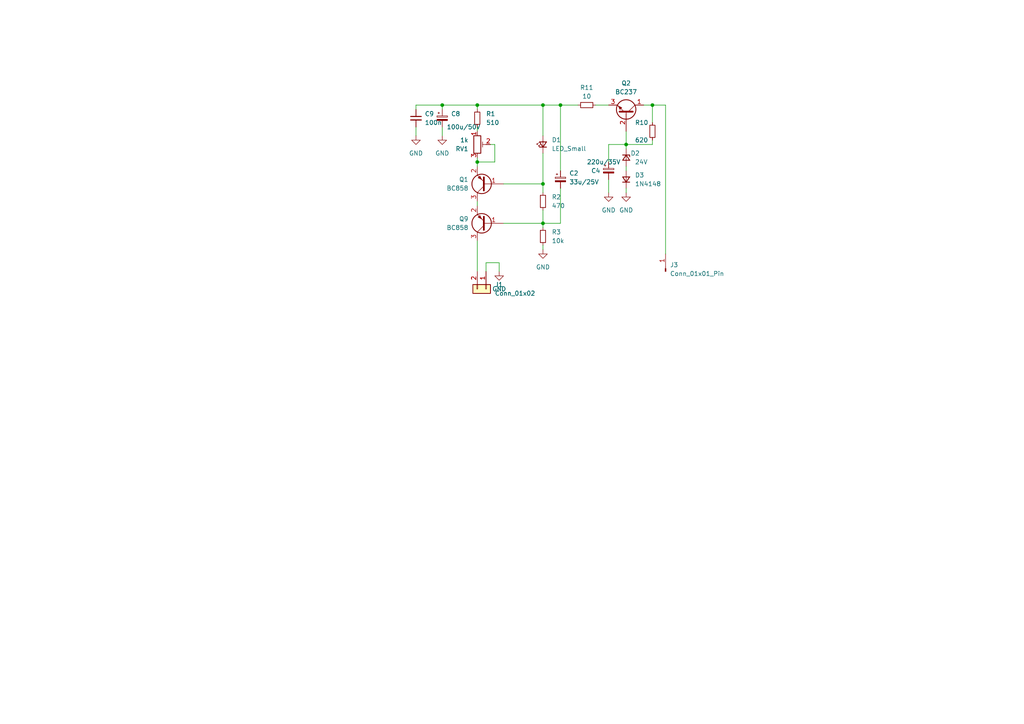
<source format=kicad_sch>
(kicad_sch (version 20230121) (generator eeschema)

  (uuid 6f31cc36-deaf-4ad7-836a-0db420f7cbcc)

  (paper "A4")

  (lib_symbols
    (symbol "Connector:Conn_01x01_Pin" (pin_names (offset 1.016) hide) (in_bom yes) (on_board yes)
      (property "Reference" "J" (at 0 2.54 0)
        (effects (font (size 1.27 1.27)))
      )
      (property "Value" "Conn_01x01_Pin" (at 0 -2.54 0)
        (effects (font (size 1.27 1.27)))
      )
      (property "Footprint" "" (at 0 0 0)
        (effects (font (size 1.27 1.27)) hide)
      )
      (property "Datasheet" "~" (at 0 0 0)
        (effects (font (size 1.27 1.27)) hide)
      )
      (property "ki_locked" "" (at 0 0 0)
        (effects (font (size 1.27 1.27)))
      )
      (property "ki_keywords" "connector" (at 0 0 0)
        (effects (font (size 1.27 1.27)) hide)
      )
      (property "ki_description" "Generic connector, single row, 01x01, script generated" (at 0 0 0)
        (effects (font (size 1.27 1.27)) hide)
      )
      (property "ki_fp_filters" "Connector*:*_1x??_*" (at 0 0 0)
        (effects (font (size 1.27 1.27)) hide)
      )
      (symbol "Conn_01x01_Pin_1_1"
        (polyline
          (pts
            (xy 1.27 0)
            (xy 0.8636 0)
          )
          (stroke (width 0.1524) (type default))
          (fill (type none))
        )
        (rectangle (start 0.8636 0.127) (end 0 -0.127)
          (stroke (width 0.1524) (type default))
          (fill (type outline))
        )
        (pin passive line (at 5.08 0 180) (length 3.81)
          (name "Pin_1" (effects (font (size 1.27 1.27))))
          (number "1" (effects (font (size 1.27 1.27))))
        )
      )
    )
    (symbol "Connector_Generic:Conn_01x02" (pin_names (offset 1.016) hide) (in_bom yes) (on_board yes)
      (property "Reference" "J" (at 0 2.54 0)
        (effects (font (size 1.27 1.27)))
      )
      (property "Value" "Conn_01x02" (at 0 -5.08 0)
        (effects (font (size 1.27 1.27)))
      )
      (property "Footprint" "" (at 0 0 0)
        (effects (font (size 1.27 1.27)) hide)
      )
      (property "Datasheet" "~" (at 0 0 0)
        (effects (font (size 1.27 1.27)) hide)
      )
      (property "ki_keywords" "connector" (at 0 0 0)
        (effects (font (size 1.27 1.27)) hide)
      )
      (property "ki_description" "Generic connector, single row, 01x02, script generated (kicad-library-utils/schlib/autogen/connector/)" (at 0 0 0)
        (effects (font (size 1.27 1.27)) hide)
      )
      (property "ki_fp_filters" "Connector*:*_1x??_*" (at 0 0 0)
        (effects (font (size 1.27 1.27)) hide)
      )
      (symbol "Conn_01x02_1_1"
        (rectangle (start -1.27 -2.413) (end 0 -2.667)
          (stroke (width 0.1524) (type default))
          (fill (type none))
        )
        (rectangle (start -1.27 0.127) (end 0 -0.127)
          (stroke (width 0.1524) (type default))
          (fill (type none))
        )
        (rectangle (start -1.27 1.27) (end 1.27 -3.81)
          (stroke (width 0.254) (type default))
          (fill (type background))
        )
        (pin passive line (at -5.08 0 0) (length 3.81)
          (name "Pin_1" (effects (font (size 1.27 1.27))))
          (number "1" (effects (font (size 1.27 1.27))))
        )
        (pin passive line (at -5.08 -2.54 0) (length 3.81)
          (name "Pin_2" (effects (font (size 1.27 1.27))))
          (number "2" (effects (font (size 1.27 1.27))))
        )
      )
    )
    (symbol "Device:C_Polarized_Small" (pin_numbers hide) (pin_names (offset 0.254) hide) (in_bom yes) (on_board yes)
      (property "Reference" "C" (at 0.254 1.778 0)
        (effects (font (size 1.27 1.27)) (justify left))
      )
      (property "Value" "C_Polarized_Small" (at 0.254 -2.032 0)
        (effects (font (size 1.27 1.27)) (justify left))
      )
      (property "Footprint" "" (at 0 0 0)
        (effects (font (size 1.27 1.27)) hide)
      )
      (property "Datasheet" "~" (at 0 0 0)
        (effects (font (size 1.27 1.27)) hide)
      )
      (property "ki_keywords" "cap capacitor" (at 0 0 0)
        (effects (font (size 1.27 1.27)) hide)
      )
      (property "ki_description" "Polarized capacitor, small symbol" (at 0 0 0)
        (effects (font (size 1.27 1.27)) hide)
      )
      (property "ki_fp_filters" "CP_*" (at 0 0 0)
        (effects (font (size 1.27 1.27)) hide)
      )
      (symbol "C_Polarized_Small_0_1"
        (rectangle (start -1.524 -0.3048) (end 1.524 -0.6858)
          (stroke (width 0) (type default))
          (fill (type outline))
        )
        (rectangle (start -1.524 0.6858) (end 1.524 0.3048)
          (stroke (width 0) (type default))
          (fill (type none))
        )
        (polyline
          (pts
            (xy -1.27 1.524)
            (xy -0.762 1.524)
          )
          (stroke (width 0) (type default))
          (fill (type none))
        )
        (polyline
          (pts
            (xy -1.016 1.27)
            (xy -1.016 1.778)
          )
          (stroke (width 0) (type default))
          (fill (type none))
        )
      )
      (symbol "C_Polarized_Small_1_1"
        (pin passive line (at 0 2.54 270) (length 1.8542)
          (name "~" (effects (font (size 1.27 1.27))))
          (number "1" (effects (font (size 1.27 1.27))))
        )
        (pin passive line (at 0 -2.54 90) (length 1.8542)
          (name "~" (effects (font (size 1.27 1.27))))
          (number "2" (effects (font (size 1.27 1.27))))
        )
      )
    )
    (symbol "Device:C_Small" (pin_numbers hide) (pin_names (offset 0.254) hide) (in_bom yes) (on_board yes)
      (property "Reference" "C" (at 0.254 1.778 0)
        (effects (font (size 1.27 1.27)) (justify left))
      )
      (property "Value" "C_Small" (at 0.254 -2.032 0)
        (effects (font (size 1.27 1.27)) (justify left))
      )
      (property "Footprint" "" (at 0 0 0)
        (effects (font (size 1.27 1.27)) hide)
      )
      (property "Datasheet" "~" (at 0 0 0)
        (effects (font (size 1.27 1.27)) hide)
      )
      (property "ki_keywords" "capacitor cap" (at 0 0 0)
        (effects (font (size 1.27 1.27)) hide)
      )
      (property "ki_description" "Unpolarized capacitor, small symbol" (at 0 0 0)
        (effects (font (size 1.27 1.27)) hide)
      )
      (property "ki_fp_filters" "C_*" (at 0 0 0)
        (effects (font (size 1.27 1.27)) hide)
      )
      (symbol "C_Small_0_1"
        (polyline
          (pts
            (xy -1.524 -0.508)
            (xy 1.524 -0.508)
          )
          (stroke (width 0.3302) (type default))
          (fill (type none))
        )
        (polyline
          (pts
            (xy -1.524 0.508)
            (xy 1.524 0.508)
          )
          (stroke (width 0.3048) (type default))
          (fill (type none))
        )
      )
      (symbol "C_Small_1_1"
        (pin passive line (at 0 2.54 270) (length 2.032)
          (name "~" (effects (font (size 1.27 1.27))))
          (number "1" (effects (font (size 1.27 1.27))))
        )
        (pin passive line (at 0 -2.54 90) (length 2.032)
          (name "~" (effects (font (size 1.27 1.27))))
          (number "2" (effects (font (size 1.27 1.27))))
        )
      )
    )
    (symbol "Device:D_Small" (pin_numbers hide) (pin_names (offset 0.254) hide) (in_bom yes) (on_board yes)
      (property "Reference" "D" (at -1.27 2.032 0)
        (effects (font (size 1.27 1.27)) (justify left))
      )
      (property "Value" "D_Small" (at -3.81 -2.032 0)
        (effects (font (size 1.27 1.27)) (justify left))
      )
      (property "Footprint" "" (at 0 0 90)
        (effects (font (size 1.27 1.27)) hide)
      )
      (property "Datasheet" "~" (at 0 0 90)
        (effects (font (size 1.27 1.27)) hide)
      )
      (property "Sim.Device" "D" (at 0 0 0)
        (effects (font (size 1.27 1.27)) hide)
      )
      (property "Sim.Pins" "1=K 2=A" (at 0 0 0)
        (effects (font (size 1.27 1.27)) hide)
      )
      (property "ki_keywords" "diode" (at 0 0 0)
        (effects (font (size 1.27 1.27)) hide)
      )
      (property "ki_description" "Diode, small symbol" (at 0 0 0)
        (effects (font (size 1.27 1.27)) hide)
      )
      (property "ki_fp_filters" "TO-???* *_Diode_* *SingleDiode* D_*" (at 0 0 0)
        (effects (font (size 1.27 1.27)) hide)
      )
      (symbol "D_Small_0_1"
        (polyline
          (pts
            (xy -0.762 -1.016)
            (xy -0.762 1.016)
          )
          (stroke (width 0.254) (type default))
          (fill (type none))
        )
        (polyline
          (pts
            (xy -0.762 0)
            (xy 0.762 0)
          )
          (stroke (width 0) (type default))
          (fill (type none))
        )
        (polyline
          (pts
            (xy 0.762 -1.016)
            (xy -0.762 0)
            (xy 0.762 1.016)
            (xy 0.762 -1.016)
          )
          (stroke (width 0.254) (type default))
          (fill (type none))
        )
      )
      (symbol "D_Small_1_1"
        (pin passive line (at -2.54 0 0) (length 1.778)
          (name "K" (effects (font (size 1.27 1.27))))
          (number "1" (effects (font (size 1.27 1.27))))
        )
        (pin passive line (at 2.54 0 180) (length 1.778)
          (name "A" (effects (font (size 1.27 1.27))))
          (number "2" (effects (font (size 1.27 1.27))))
        )
      )
    )
    (symbol "Device:D_Zener_Small" (pin_numbers hide) (pin_names (offset 0.254) hide) (in_bom yes) (on_board yes)
      (property "Reference" "D" (at 0 2.286 0)
        (effects (font (size 1.27 1.27)))
      )
      (property "Value" "D_Zener_Small" (at 0 -2.286 0)
        (effects (font (size 1.27 1.27)))
      )
      (property "Footprint" "" (at 0 0 90)
        (effects (font (size 1.27 1.27)) hide)
      )
      (property "Datasheet" "~" (at 0 0 90)
        (effects (font (size 1.27 1.27)) hide)
      )
      (property "ki_keywords" "diode" (at 0 0 0)
        (effects (font (size 1.27 1.27)) hide)
      )
      (property "ki_description" "Zener diode, small symbol" (at 0 0 0)
        (effects (font (size 1.27 1.27)) hide)
      )
      (property "ki_fp_filters" "TO-???* *_Diode_* *SingleDiode* D_*" (at 0 0 0)
        (effects (font (size 1.27 1.27)) hide)
      )
      (symbol "D_Zener_Small_0_1"
        (polyline
          (pts
            (xy 0.762 0)
            (xy -0.762 0)
          )
          (stroke (width 0) (type default))
          (fill (type none))
        )
        (polyline
          (pts
            (xy -0.254 1.016)
            (xy -0.762 1.016)
            (xy -0.762 -1.016)
          )
          (stroke (width 0.254) (type default))
          (fill (type none))
        )
        (polyline
          (pts
            (xy 0.762 1.016)
            (xy -0.762 0)
            (xy 0.762 -1.016)
            (xy 0.762 1.016)
          )
          (stroke (width 0.254) (type default))
          (fill (type none))
        )
      )
      (symbol "D_Zener_Small_1_1"
        (pin passive line (at -2.54 0 0) (length 1.778)
          (name "K" (effects (font (size 1.27 1.27))))
          (number "1" (effects (font (size 1.27 1.27))))
        )
        (pin passive line (at 2.54 0 180) (length 1.778)
          (name "A" (effects (font (size 1.27 1.27))))
          (number "2" (effects (font (size 1.27 1.27))))
        )
      )
    )
    (symbol "Device:LED_Small" (pin_numbers hide) (pin_names (offset 0.254) hide) (in_bom yes) (on_board yes)
      (property "Reference" "D" (at -1.27 3.175 0)
        (effects (font (size 1.27 1.27)) (justify left))
      )
      (property "Value" "LED_Small" (at -4.445 -2.54 0)
        (effects (font (size 1.27 1.27)) (justify left))
      )
      (property "Footprint" "" (at 0 0 90)
        (effects (font (size 1.27 1.27)) hide)
      )
      (property "Datasheet" "~" (at 0 0 90)
        (effects (font (size 1.27 1.27)) hide)
      )
      (property "ki_keywords" "LED diode light-emitting-diode" (at 0 0 0)
        (effects (font (size 1.27 1.27)) hide)
      )
      (property "ki_description" "Light emitting diode, small symbol" (at 0 0 0)
        (effects (font (size 1.27 1.27)) hide)
      )
      (property "ki_fp_filters" "LED* LED_SMD:* LED_THT:*" (at 0 0 0)
        (effects (font (size 1.27 1.27)) hide)
      )
      (symbol "LED_Small_0_1"
        (polyline
          (pts
            (xy -0.762 -1.016)
            (xy -0.762 1.016)
          )
          (stroke (width 0.254) (type default))
          (fill (type none))
        )
        (polyline
          (pts
            (xy 1.016 0)
            (xy -0.762 0)
          )
          (stroke (width 0) (type default))
          (fill (type none))
        )
        (polyline
          (pts
            (xy 0.762 -1.016)
            (xy -0.762 0)
            (xy 0.762 1.016)
            (xy 0.762 -1.016)
          )
          (stroke (width 0.254) (type default))
          (fill (type none))
        )
        (polyline
          (pts
            (xy 0 0.762)
            (xy -0.508 1.27)
            (xy -0.254 1.27)
            (xy -0.508 1.27)
            (xy -0.508 1.016)
          )
          (stroke (width 0) (type default))
          (fill (type none))
        )
        (polyline
          (pts
            (xy 0.508 1.27)
            (xy 0 1.778)
            (xy 0.254 1.778)
            (xy 0 1.778)
            (xy 0 1.524)
          )
          (stroke (width 0) (type default))
          (fill (type none))
        )
      )
      (symbol "LED_Small_1_1"
        (pin passive line (at -2.54 0 0) (length 1.778)
          (name "K" (effects (font (size 1.27 1.27))))
          (number "1" (effects (font (size 1.27 1.27))))
        )
        (pin passive line (at 2.54 0 180) (length 1.778)
          (name "A" (effects (font (size 1.27 1.27))))
          (number "2" (effects (font (size 1.27 1.27))))
        )
      )
    )
    (symbol "Device:R_Potentiometer_Trim" (pin_names (offset 1.016) hide) (in_bom yes) (on_board yes)
      (property "Reference" "RV" (at -4.445 0 90)
        (effects (font (size 1.27 1.27)))
      )
      (property "Value" "R_Potentiometer_Trim" (at -2.54 0 90)
        (effects (font (size 1.27 1.27)))
      )
      (property "Footprint" "" (at 0 0 0)
        (effects (font (size 1.27 1.27)) hide)
      )
      (property "Datasheet" "~" (at 0 0 0)
        (effects (font (size 1.27 1.27)) hide)
      )
      (property "ki_keywords" "resistor variable trimpot trimmer" (at 0 0 0)
        (effects (font (size 1.27 1.27)) hide)
      )
      (property "ki_description" "Trim-potentiometer" (at 0 0 0)
        (effects (font (size 1.27 1.27)) hide)
      )
      (property "ki_fp_filters" "Potentiometer*" (at 0 0 0)
        (effects (font (size 1.27 1.27)) hide)
      )
      (symbol "R_Potentiometer_Trim_0_1"
        (polyline
          (pts
            (xy 1.524 0.762)
            (xy 1.524 -0.762)
          )
          (stroke (width 0) (type default))
          (fill (type none))
        )
        (polyline
          (pts
            (xy 2.54 0)
            (xy 1.524 0)
          )
          (stroke (width 0) (type default))
          (fill (type none))
        )
        (rectangle (start 1.016 2.54) (end -1.016 -2.54)
          (stroke (width 0.254) (type default))
          (fill (type none))
        )
      )
      (symbol "R_Potentiometer_Trim_1_1"
        (pin passive line (at 0 3.81 270) (length 1.27)
          (name "1" (effects (font (size 1.27 1.27))))
          (number "1" (effects (font (size 1.27 1.27))))
        )
        (pin passive line (at 3.81 0 180) (length 1.27)
          (name "2" (effects (font (size 1.27 1.27))))
          (number "2" (effects (font (size 1.27 1.27))))
        )
        (pin passive line (at 0 -3.81 90) (length 1.27)
          (name "3" (effects (font (size 1.27 1.27))))
          (number "3" (effects (font (size 1.27 1.27))))
        )
      )
    )
    (symbol "Device:R_Small" (pin_numbers hide) (pin_names (offset 0.254) hide) (in_bom yes) (on_board yes)
      (property "Reference" "R" (at 0.762 0.508 0)
        (effects (font (size 1.27 1.27)) (justify left))
      )
      (property "Value" "R_Small" (at 0.762 -1.016 0)
        (effects (font (size 1.27 1.27)) (justify left))
      )
      (property "Footprint" "" (at 0 0 0)
        (effects (font (size 1.27 1.27)) hide)
      )
      (property "Datasheet" "~" (at 0 0 0)
        (effects (font (size 1.27 1.27)) hide)
      )
      (property "ki_keywords" "R resistor" (at 0 0 0)
        (effects (font (size 1.27 1.27)) hide)
      )
      (property "ki_description" "Resistor, small symbol" (at 0 0 0)
        (effects (font (size 1.27 1.27)) hide)
      )
      (property "ki_fp_filters" "R_*" (at 0 0 0)
        (effects (font (size 1.27 1.27)) hide)
      )
      (symbol "R_Small_0_1"
        (rectangle (start -0.762 1.778) (end 0.762 -1.778)
          (stroke (width 0.2032) (type default))
          (fill (type none))
        )
      )
      (symbol "R_Small_1_1"
        (pin passive line (at 0 2.54 270) (length 0.762)
          (name "~" (effects (font (size 1.27 1.27))))
          (number "1" (effects (font (size 1.27 1.27))))
        )
        (pin passive line (at 0 -2.54 90) (length 0.762)
          (name "~" (effects (font (size 1.27 1.27))))
          (number "2" (effects (font (size 1.27 1.27))))
        )
      )
    )
    (symbol "Transistor_BJT:BC237" (pin_names (offset 0) hide) (in_bom yes) (on_board yes)
      (property "Reference" "Q" (at 5.08 1.905 0)
        (effects (font (size 1.27 1.27)) (justify left))
      )
      (property "Value" "BC237" (at 5.08 0 0)
        (effects (font (size 1.27 1.27)) (justify left))
      )
      (property "Footprint" "Package_TO_SOT_THT:TO-92_Inline" (at 5.08 -1.905 0)
        (effects (font (size 1.27 1.27) italic) (justify left) hide)
      )
      (property "Datasheet" "http://www.onsemi.com/pub_link/Collateral/BC237-D.PDF" (at 0 0 0)
        (effects (font (size 1.27 1.27)) (justify left) hide)
      )
      (property "ki_keywords" "Epitaxial Silicon NPN Transistor" (at 0 0 0)
        (effects (font (size 1.27 1.27)) hide)
      )
      (property "ki_description" "100mA Ic, 50V Vce, Epitaxial Silicon NPN Transistor, TO-92" (at 0 0 0)
        (effects (font (size 1.27 1.27)) hide)
      )
      (property "ki_fp_filters" "TO?92*" (at 0 0 0)
        (effects (font (size 1.27 1.27)) hide)
      )
      (symbol "BC237_0_1"
        (polyline
          (pts
            (xy 0 0)
            (xy 0.635 0)
          )
          (stroke (width 0) (type default))
          (fill (type none))
        )
        (polyline
          (pts
            (xy 0.635 0.635)
            (xy 2.54 2.54)
          )
          (stroke (width 0) (type default))
          (fill (type none))
        )
        (polyline
          (pts
            (xy 0.635 -0.635)
            (xy 2.54 -2.54)
            (xy 2.54 -2.54)
          )
          (stroke (width 0) (type default))
          (fill (type none))
        )
        (polyline
          (pts
            (xy 0.635 1.905)
            (xy 0.635 -1.905)
            (xy 0.635 -1.905)
          )
          (stroke (width 0.508) (type default))
          (fill (type none))
        )
        (polyline
          (pts
            (xy 1.27 -1.778)
            (xy 1.778 -1.27)
            (xy 2.286 -2.286)
            (xy 1.27 -1.778)
            (xy 1.27 -1.778)
          )
          (stroke (width 0) (type default))
          (fill (type outline))
        )
        (circle (center 1.27 0) (radius 2.8194)
          (stroke (width 0.254) (type default))
          (fill (type none))
        )
      )
      (symbol "BC237_1_1"
        (pin passive line (at 2.54 5.08 270) (length 2.54)
          (name "C" (effects (font (size 1.27 1.27))))
          (number "1" (effects (font (size 1.27 1.27))))
        )
        (pin input line (at -5.08 0 0) (length 5.08)
          (name "B" (effects (font (size 1.27 1.27))))
          (number "2" (effects (font (size 1.27 1.27))))
        )
        (pin passive line (at 2.54 -5.08 90) (length 2.54)
          (name "E" (effects (font (size 1.27 1.27))))
          (number "3" (effects (font (size 1.27 1.27))))
        )
      )
    )
    (symbol "Transistor_BJT:BC858" (pin_names (offset 0) hide) (in_bom yes) (on_board yes)
      (property "Reference" "Q" (at 5.08 1.905 0)
        (effects (font (size 1.27 1.27)) (justify left))
      )
      (property "Value" "BC858" (at 5.08 0 0)
        (effects (font (size 1.27 1.27)) (justify left))
      )
      (property "Footprint" "Package_TO_SOT_SMD:SOT-23" (at 5.08 -1.905 0)
        (effects (font (size 1.27 1.27) italic) (justify left) hide)
      )
      (property "Datasheet" "https://www.onsemi.com/pub/Collateral/BC860-D.pdf" (at 0 0 0)
        (effects (font (size 1.27 1.27)) (justify left) hide)
      )
      (property "ki_keywords" "PNP transistor" (at 0 0 0)
        (effects (font (size 1.27 1.27)) hide)
      )
      (property "ki_description" "0.1A Ic, 30V Vce, PNP Transistor, SOT-23" (at 0 0 0)
        (effects (font (size 1.27 1.27)) hide)
      )
      (property "ki_fp_filters" "SOT?23*" (at 0 0 0)
        (effects (font (size 1.27 1.27)) hide)
      )
      (symbol "BC858_0_1"
        (polyline
          (pts
            (xy 0.635 0.635)
            (xy 2.54 2.54)
          )
          (stroke (width 0) (type default))
          (fill (type none))
        )
        (polyline
          (pts
            (xy 0.635 -0.635)
            (xy 2.54 -2.54)
            (xy 2.54 -2.54)
          )
          (stroke (width 0) (type default))
          (fill (type none))
        )
        (polyline
          (pts
            (xy 0.635 1.905)
            (xy 0.635 -1.905)
            (xy 0.635 -1.905)
          )
          (stroke (width 0.508) (type default))
          (fill (type none))
        )
        (polyline
          (pts
            (xy 2.286 -1.778)
            (xy 1.778 -2.286)
            (xy 1.27 -1.27)
            (xy 2.286 -1.778)
            (xy 2.286 -1.778)
          )
          (stroke (width 0) (type default))
          (fill (type outline))
        )
        (circle (center 1.27 0) (radius 2.8194)
          (stroke (width 0.254) (type default))
          (fill (type none))
        )
      )
      (symbol "BC858_1_1"
        (pin input line (at -5.08 0 0) (length 5.715)
          (name "B" (effects (font (size 1.27 1.27))))
          (number "1" (effects (font (size 1.27 1.27))))
        )
        (pin passive line (at 2.54 -5.08 90) (length 2.54)
          (name "E" (effects (font (size 1.27 1.27))))
          (number "2" (effects (font (size 1.27 1.27))))
        )
        (pin passive line (at 2.54 5.08 270) (length 2.54)
          (name "C" (effects (font (size 1.27 1.27))))
          (number "3" (effects (font (size 1.27 1.27))))
        )
      )
    )
    (symbol "power:GND" (power) (pin_names (offset 0)) (in_bom yes) (on_board yes)
      (property "Reference" "#PWR" (at 0 -6.35 0)
        (effects (font (size 1.27 1.27)) hide)
      )
      (property "Value" "GND" (at 0 -3.81 0)
        (effects (font (size 1.27 1.27)))
      )
      (property "Footprint" "" (at 0 0 0)
        (effects (font (size 1.27 1.27)) hide)
      )
      (property "Datasheet" "" (at 0 0 0)
        (effects (font (size 1.27 1.27)) hide)
      )
      (property "ki_keywords" "global power" (at 0 0 0)
        (effects (font (size 1.27 1.27)) hide)
      )
      (property "ki_description" "Power symbol creates a global label with name \"GND\" , ground" (at 0 0 0)
        (effects (font (size 1.27 1.27)) hide)
      )
      (symbol "GND_0_1"
        (polyline
          (pts
            (xy 0 0)
            (xy 0 -1.27)
            (xy 1.27 -1.27)
            (xy 0 -2.54)
            (xy -1.27 -1.27)
            (xy 0 -1.27)
          )
          (stroke (width 0) (type default))
          (fill (type none))
        )
      )
      (symbol "GND_1_1"
        (pin power_in line (at 0 0 270) (length 0) hide
          (name "GND" (effects (font (size 1.27 1.27))))
          (number "1" (effects (font (size 1.27 1.27))))
        )
      )
    )
  )

  (junction (at 157.48 30.48) (diameter 0) (color 0 0 0 0)
    (uuid 035e0583-8d49-463c-8906-cf7542a91e03)
  )
  (junction (at 157.48 53.34) (diameter 0) (color 0 0 0 0)
    (uuid 201fd4d1-152e-4e4b-a6bd-7c1b8805a4f6)
  )
  (junction (at 138.43 46.99) (diameter 0) (color 0 0 0 0)
    (uuid 2ee75b19-938e-46d6-9cb0-4eaa45970703)
  )
  (junction (at 157.48 64.77) (diameter 0) (color 0 0 0 0)
    (uuid 4d4f5cd1-4e4a-4558-b81e-d889df738ee8)
  )
  (junction (at 128.27 30.48) (diameter 0) (color 0 0 0 0)
    (uuid 830d9109-6490-4651-9f8e-ade372cdaca2)
  )
  (junction (at 181.61 41.91) (diameter 0) (color 0 0 0 0)
    (uuid 97a819fe-55a6-4970-9a61-dfe323060fe2)
  )
  (junction (at 189.23 30.48) (diameter 0) (color 0 0 0 0)
    (uuid c3aa6881-a46e-45dd-b3a5-44b159e39414)
  )
  (junction (at 138.43 30.48) (diameter 0) (color 0 0 0 0)
    (uuid cf16daed-5bf2-497d-bb38-5f88b5c79f70)
  )
  (junction (at 162.56 30.48) (diameter 0) (color 0 0 0 0)
    (uuid dffe7864-bd7d-4b7f-9bcd-ab2f3ac0df62)
  )

  (wire (pts (xy 120.65 30.48) (xy 120.65 31.75))
    (stroke (width 0) (type default))
    (uuid 019f3f08-8dd7-4629-9718-a20216be57ca)
  )
  (wire (pts (xy 138.43 58.42) (xy 138.43 59.69))
    (stroke (width 0) (type default))
    (uuid 055c60d1-1942-4e4e-b622-f2c8e159af4b)
  )
  (wire (pts (xy 140.97 78.74) (xy 140.97 76.2))
    (stroke (width 0) (type default))
    (uuid 064f4bba-ba99-4e29-a228-c4720c401a36)
  )
  (wire (pts (xy 157.48 53.34) (xy 157.48 55.88))
    (stroke (width 0) (type default))
    (uuid 09393eaf-e799-433b-a346-758168a4fce6)
  )
  (wire (pts (xy 128.27 31.75) (xy 128.27 30.48))
    (stroke (width 0) (type default))
    (uuid 0eb7b2c7-cbdb-4b1f-a6e2-be7546062b06)
  )
  (wire (pts (xy 157.48 60.96) (xy 157.48 64.77))
    (stroke (width 0) (type default))
    (uuid 24c4a3fb-0906-4970-80c6-8c98be5c1783)
  )
  (wire (pts (xy 176.53 52.07) (xy 176.53 55.88))
    (stroke (width 0) (type default))
    (uuid 27b7e29e-f93d-4ef1-8ab7-f1f8a2ee8eb0)
  )
  (wire (pts (xy 142.24 41.91) (xy 143.51 41.91))
    (stroke (width 0) (type default))
    (uuid 2c27819f-11a3-4038-ac3c-ab01a0815299)
  )
  (wire (pts (xy 138.43 30.48) (xy 157.48 30.48))
    (stroke (width 0) (type default))
    (uuid 35d0b748-5153-49af-bfdb-f51ad7229613)
  )
  (wire (pts (xy 138.43 69.85) (xy 138.43 78.74))
    (stroke (width 0) (type default))
    (uuid 3ac6a86c-929c-4c08-accb-f03d867cf713)
  )
  (wire (pts (xy 157.48 71.12) (xy 157.48 72.39))
    (stroke (width 0) (type default))
    (uuid 3adfe751-07c8-4276-90dc-01871a7b7e9d)
  )
  (wire (pts (xy 172.72 30.48) (xy 176.53 30.48))
    (stroke (width 0) (type default))
    (uuid 3c90d084-eb2c-43b3-bbca-edc5e69e3658)
  )
  (wire (pts (xy 186.69 30.48) (xy 189.23 30.48))
    (stroke (width 0) (type default))
    (uuid 442d6cd8-2c4b-41e2-a0b4-f6cd3d715c8b)
  )
  (wire (pts (xy 138.43 36.83) (xy 138.43 38.1))
    (stroke (width 0) (type default))
    (uuid 4ae8f094-3a56-42af-9c44-c97631eb4b02)
  )
  (wire (pts (xy 181.61 41.91) (xy 181.61 43.18))
    (stroke (width 0) (type default))
    (uuid 4b02f839-aceb-485d-8fdf-9be260ad36f8)
  )
  (wire (pts (xy 162.56 49.53) (xy 162.56 30.48))
    (stroke (width 0) (type default))
    (uuid 4c3801df-60da-42cd-b3b7-ce65a12b6fff)
  )
  (wire (pts (xy 181.61 55.88) (xy 181.61 54.61))
    (stroke (width 0) (type default))
    (uuid 4c68061c-43b7-4f8b-b64e-2afd0e455f2d)
  )
  (wire (pts (xy 146.05 53.34) (xy 157.48 53.34))
    (stroke (width 0) (type default))
    (uuid 4f7e29be-40c4-46a0-9626-90a394667acb)
  )
  (wire (pts (xy 181.61 48.26) (xy 181.61 49.53))
    (stroke (width 0) (type default))
    (uuid 52c63b3f-a709-497a-b965-f719020c9e78)
  )
  (wire (pts (xy 189.23 30.48) (xy 189.23 35.56))
    (stroke (width 0) (type default))
    (uuid 5d1b4540-88f9-4d78-9ead-54dee7902a37)
  )
  (wire (pts (xy 138.43 46.99) (xy 143.51 46.99))
    (stroke (width 0) (type default))
    (uuid 638c1df4-0bae-473a-8634-b450705e8fa5)
  )
  (wire (pts (xy 176.53 41.91) (xy 176.53 46.99))
    (stroke (width 0) (type default))
    (uuid 6d7d62ad-33ca-4d19-9039-78c1bc985e55)
  )
  (wire (pts (xy 181.61 38.1) (xy 181.61 41.91))
    (stroke (width 0) (type default))
    (uuid 72d2c9d6-9dc4-4c1b-9d8e-4225c0269d22)
  )
  (wire (pts (xy 140.97 76.2) (xy 144.78 76.2))
    (stroke (width 0) (type default))
    (uuid 79c4a345-a569-4cc6-9a96-c0ab59c66cc1)
  )
  (wire (pts (xy 146.05 64.77) (xy 157.48 64.77))
    (stroke (width 0) (type default))
    (uuid 7fb7b6f1-d3d9-4b46-b308-f0634cf06f45)
  )
  (wire (pts (xy 138.43 45.72) (xy 138.43 46.99))
    (stroke (width 0) (type default))
    (uuid 858b6c57-fb3b-457d-832c-62d18a8d4735)
  )
  (wire (pts (xy 176.53 41.91) (xy 181.61 41.91))
    (stroke (width 0) (type default))
    (uuid 8b050591-3377-46d7-ab2d-53ccca4b3043)
  )
  (wire (pts (xy 157.48 44.45) (xy 157.48 53.34))
    (stroke (width 0) (type default))
    (uuid 9f20bdb9-4952-4300-9171-cb770511d77f)
  )
  (wire (pts (xy 157.48 30.48) (xy 162.56 30.48))
    (stroke (width 0) (type default))
    (uuid a2ba1737-0add-4348-bfca-89f642ae5476)
  )
  (wire (pts (xy 157.48 30.48) (xy 157.48 39.37))
    (stroke (width 0) (type default))
    (uuid a594b6a4-4dec-4585-b28e-b1ab297c79ea)
  )
  (wire (pts (xy 189.23 40.64) (xy 189.23 41.91))
    (stroke (width 0) (type default))
    (uuid b1b0d3b2-1178-4d54-aa0f-64f39ceb0e3e)
  )
  (wire (pts (xy 128.27 30.48) (xy 138.43 30.48))
    (stroke (width 0) (type default))
    (uuid b36f2111-6169-44f9-a182-4701f51d3b74)
  )
  (wire (pts (xy 144.78 76.2) (xy 144.78 78.74))
    (stroke (width 0) (type default))
    (uuid b9b32ff7-4b71-47c0-8dab-f5d91b2525d3)
  )
  (wire (pts (xy 128.27 36.83) (xy 128.27 39.37))
    (stroke (width 0) (type default))
    (uuid c06a1984-086e-4072-9e9b-4cb93c16600a)
  )
  (wire (pts (xy 189.23 30.48) (xy 193.04 30.48))
    (stroke (width 0) (type default))
    (uuid c3da451b-e9e1-4685-a231-3c2c450e9ead)
  )
  (wire (pts (xy 157.48 64.77) (xy 162.56 64.77))
    (stroke (width 0) (type default))
    (uuid cbc3f4fa-1d62-4863-a71e-209c653d7dc8)
  )
  (wire (pts (xy 143.51 41.91) (xy 143.51 46.99))
    (stroke (width 0) (type default))
    (uuid cc3bb5b2-d52f-4ad5-a3b9-1fd86e42beb3)
  )
  (wire (pts (xy 120.65 30.48) (xy 128.27 30.48))
    (stroke (width 0) (type default))
    (uuid d4df8ada-b766-4496-86dc-0fc5945534b6)
  )
  (wire (pts (xy 138.43 46.99) (xy 138.43 48.26))
    (stroke (width 0) (type default))
    (uuid e4b40b43-af57-4623-8c3f-adce9660a7ff)
  )
  (wire (pts (xy 193.04 73.66) (xy 193.04 30.48))
    (stroke (width 0) (type default))
    (uuid e5a1f5ef-41b5-4554-9890-b6d3cd4c94e0)
  )
  (wire (pts (xy 181.61 41.91) (xy 189.23 41.91))
    (stroke (width 0) (type default))
    (uuid e7d0e85e-d89e-48c7-8995-ddfa27fc4459)
  )
  (wire (pts (xy 138.43 31.75) (xy 138.43 30.48))
    (stroke (width 0) (type default))
    (uuid eb31a734-0d10-482a-8a06-f6d509560b12)
  )
  (wire (pts (xy 120.65 36.83) (xy 120.65 39.37))
    (stroke (width 0) (type default))
    (uuid f12f53c7-7b29-4151-a0e8-20623ae33120)
  )
  (wire (pts (xy 162.56 30.48) (xy 167.64 30.48))
    (stroke (width 0) (type default))
    (uuid f7807169-2dfc-4a9b-8715-fff6dc14b062)
  )
  (wire (pts (xy 162.56 54.61) (xy 162.56 64.77))
    (stroke (width 0) (type default))
    (uuid fa112acc-e726-4974-988f-145854113a03)
  )
  (wire (pts (xy 157.48 64.77) (xy 157.48 66.04))
    (stroke (width 0) (type default))
    (uuid fa70ab47-1401-4459-93b4-54a5e595444f)
  )

  (symbol (lib_id "Device:C_Small") (at 120.65 34.29 0) (unit 1)
    (in_bom yes) (on_board yes) (dnp no) (fields_autoplaced)
    (uuid 03f126a8-237d-445f-a285-df92f58e264d)
    (property "Reference" "C9" (at 123.19 33.0263 0)
      (effects (font (size 1.27 1.27)) (justify left))
    )
    (property "Value" "100n" (at 123.19 35.5663 0)
      (effects (font (size 1.27 1.27)) (justify left))
    )
    (property "Footprint" "Capacitor_SMD:C_0805_2012Metric_Pad1.18x1.45mm_HandSolder" (at 120.65 34.29 0)
      (effects (font (size 1.27 1.27)) hide)
    )
    (property "Datasheet" "~" (at 120.65 34.29 0)
      (effects (font (size 1.27 1.27)) hide)
    )
    (pin "1" (uuid 0b14ed9b-10d4-4566-8bdf-258106618f25))
    (pin "2" (uuid 08f1159e-2b39-4ae2-b390-37649afcb0ac))
    (instances
      (project "Wzmacniacz różnicowy do PW3015 ver.2"
        (path "/6f31cc36-deaf-4ad7-836a-0db420f7cbcc"
          (reference "C9") (unit 1)
        )
      )
    )
  )

  (symbol (lib_id "power:GND") (at 120.65 39.37 0) (unit 1)
    (in_bom yes) (on_board yes) (dnp no) (fields_autoplaced)
    (uuid 10352871-be4f-46e8-b8c7-c4024238df34)
    (property "Reference" "#PWR02" (at 120.65 45.72 0)
      (effects (font (size 1.27 1.27)) hide)
    )
    (property "Value" "GND" (at 120.65 44.45 0)
      (effects (font (size 1.27 1.27)))
    )
    (property "Footprint" "" (at 120.65 39.37 0)
      (effects (font (size 1.27 1.27)) hide)
    )
    (property "Datasheet" "" (at 120.65 39.37 0)
      (effects (font (size 1.27 1.27)) hide)
    )
    (pin "1" (uuid b2fc8f01-fd14-4523-897f-cf50dbeb6bde))
    (instances
      (project "Wzmacniacz różnicowy do PW3015 ver.2"
        (path "/6f31cc36-deaf-4ad7-836a-0db420f7cbcc"
          (reference "#PWR02") (unit 1)
        )
      )
    )
  )

  (symbol (lib_id "Device:C_Polarized_Small") (at 162.56 52.07 0) (unit 1)
    (in_bom yes) (on_board yes) (dnp no) (fields_autoplaced)
    (uuid 12b0130f-62ea-478b-be8c-07319a16b671)
    (property "Reference" "C2" (at 165.1 50.2539 0)
      (effects (font (size 1.27 1.27)) (justify left))
    )
    (property "Value" "33u/25V" (at 165.1 52.7939 0)
      (effects (font (size 1.27 1.27)) (justify left))
    )
    (property "Footprint" "Capacitor_THT:CP_Radial_Tantal_D5.5mm_P5.00mm" (at 162.56 52.07 0)
      (effects (font (size 1.27 1.27)) hide)
    )
    (property "Datasheet" "~" (at 162.56 52.07 0)
      (effects (font (size 1.27 1.27)) hide)
    )
    (pin "1" (uuid ec636e35-835b-42d5-8a8b-147d1069f8c4))
    (pin "2" (uuid 3536a36e-aaeb-441a-b6d7-e4927a1ca763))
    (instances
      (project "Wzmacniacz różnicowy do PW3015 ver.2"
        (path "/6f31cc36-deaf-4ad7-836a-0db420f7cbcc"
          (reference "C2") (unit 1)
        )
      )
    )
  )

  (symbol (lib_id "Device:R_Small") (at 157.48 68.58 0) (unit 1)
    (in_bom yes) (on_board yes) (dnp no) (fields_autoplaced)
    (uuid 171def0e-1e24-463f-bf8b-d6148a24e27e)
    (property "Reference" "R3" (at 160.02 67.31 0)
      (effects (font (size 1.27 1.27)) (justify left))
    )
    (property "Value" "10k" (at 160.02 69.85 0)
      (effects (font (size 1.27 1.27)) (justify left))
    )
    (property "Footprint" "Resistor_SMD:R_1206_3216Metric_Pad1.30x1.75mm_HandSolder" (at 157.48 68.58 0)
      (effects (font (size 1.27 1.27)) hide)
    )
    (property "Datasheet" "~" (at 157.48 68.58 0)
      (effects (font (size 1.27 1.27)) hide)
    )
    (pin "1" (uuid 86d938a4-c62b-4d7c-afb0-e2635e8bd630))
    (pin "2" (uuid 27c7f5d1-e0b9-422d-a006-0e78e46327d4))
    (instances
      (project "Wzmacniacz różnicowy do PW3015 ver.2"
        (path "/6f31cc36-deaf-4ad7-836a-0db420f7cbcc"
          (reference "R3") (unit 1)
        )
      )
    )
  )

  (symbol (lib_id "power:GND") (at 157.48 72.39 0) (unit 1)
    (in_bom yes) (on_board yes) (dnp no) (fields_autoplaced)
    (uuid 1db018b1-ab0d-4962-ad15-459c90a35850)
    (property "Reference" "#PWR01" (at 157.48 78.74 0)
      (effects (font (size 1.27 1.27)) hide)
    )
    (property "Value" "GND" (at 157.48 77.47 0)
      (effects (font (size 1.27 1.27)))
    )
    (property "Footprint" "" (at 157.48 72.39 0)
      (effects (font (size 1.27 1.27)) hide)
    )
    (property "Datasheet" "" (at 157.48 72.39 0)
      (effects (font (size 1.27 1.27)) hide)
    )
    (pin "1" (uuid ee02ec63-24e5-4408-be7e-37c5244801cf))
    (instances
      (project "Wzmacniacz różnicowy do PW3015 ver.2"
        (path "/6f31cc36-deaf-4ad7-836a-0db420f7cbcc"
          (reference "#PWR01") (unit 1)
        )
      )
    )
  )

  (symbol (lib_id "Transistor_BJT:BC858") (at 140.97 53.34 180) (unit 1)
    (in_bom yes) (on_board yes) (dnp no) (fields_autoplaced)
    (uuid 1dccff56-c64e-45cc-8d09-1415a1a57aba)
    (property "Reference" "Q1" (at 135.89 52.07 0)
      (effects (font (size 1.27 1.27)) (justify left))
    )
    (property "Value" "BC858" (at 135.89 54.61 0)
      (effects (font (size 1.27 1.27)) (justify left))
    )
    (property "Footprint" "Package_TO_SOT_SMD:SOT-23" (at 135.89 51.435 0)
      (effects (font (size 1.27 1.27) italic) (justify left) hide)
    )
    (property "Datasheet" "https://www.onsemi.com/pub/Collateral/BC860-D.pdf" (at 140.97 53.34 0)
      (effects (font (size 1.27 1.27)) (justify left) hide)
    )
    (pin "1" (uuid f045ba64-d155-484d-accc-5e6522745a53))
    (pin "2" (uuid 81fddac1-57b6-455d-adeb-ee195988f720))
    (pin "3" (uuid db638b51-ca62-4855-b9d3-5c90296ca73d))
    (instances
      (project "Wzmacniacz różnicowy do PW3015 ver.2"
        (path "/6f31cc36-deaf-4ad7-836a-0db420f7cbcc"
          (reference "Q1") (unit 1)
        )
      )
    )
  )

  (symbol (lib_id "power:GND") (at 181.61 55.88 0) (unit 1)
    (in_bom yes) (on_board yes) (dnp no) (fields_autoplaced)
    (uuid 270d65e7-5895-48a0-a716-294972a0d47a)
    (property "Reference" "#PWR012" (at 181.61 62.23 0)
      (effects (font (size 1.27 1.27)) hide)
    )
    (property "Value" "GND" (at 181.61 60.96 0)
      (effects (font (size 1.27 1.27)))
    )
    (property "Footprint" "" (at 181.61 55.88 0)
      (effects (font (size 1.27 1.27)) hide)
    )
    (property "Datasheet" "" (at 181.61 55.88 0)
      (effects (font (size 1.27 1.27)) hide)
    )
    (pin "1" (uuid 51c1ec98-008d-4ee1-b3f6-bf62b999006c))
    (instances
      (project "Wzmacniacz różnicowy do PW3015 ver.2"
        (path "/6f31cc36-deaf-4ad7-836a-0db420f7cbcc"
          (reference "#PWR012") (unit 1)
        )
      )
    )
  )

  (symbol (lib_id "Transistor_BJT:BC858") (at 140.97 64.77 180) (unit 1)
    (in_bom yes) (on_board yes) (dnp no) (fields_autoplaced)
    (uuid 3159b934-1475-407e-aa7d-8b746f803e3b)
    (property "Reference" "Q9" (at 135.89 63.5 0)
      (effects (font (size 1.27 1.27)) (justify left))
    )
    (property "Value" "BC858" (at 135.89 66.04 0)
      (effects (font (size 1.27 1.27)) (justify left))
    )
    (property "Footprint" "Package_TO_SOT_SMD:SOT-23" (at 135.89 62.865 0)
      (effects (font (size 1.27 1.27) italic) (justify left) hide)
    )
    (property "Datasheet" "https://www.onsemi.com/pub/Collateral/BC860-D.pdf" (at 140.97 64.77 0)
      (effects (font (size 1.27 1.27)) (justify left) hide)
    )
    (pin "1" (uuid fd7911a0-caec-420a-b442-deae0af700c7))
    (pin "2" (uuid 84d6a5b2-e657-41b6-8472-a7c7c29c0e86))
    (pin "3" (uuid c84379e6-016e-4528-a180-a113e55816b9))
    (instances
      (project "Wzmacniacz różnicowy do PW3015 ver.2"
        (path "/6f31cc36-deaf-4ad7-836a-0db420f7cbcc"
          (reference "Q9") (unit 1)
        )
      )
    )
  )

  (symbol (lib_id "Device:R_Potentiometer_Trim") (at 138.43 41.91 0) (unit 1)
    (in_bom yes) (on_board yes) (dnp no)
    (uuid 36133c4e-30d8-41aa-be24-cf595bc67d1a)
    (property "Reference" "RV1" (at 135.89 43.18 0)
      (effects (font (size 1.27 1.27)) (justify right))
    )
    (property "Value" "1k" (at 135.89 40.64 0)
      (effects (font (size 1.27 1.27)) (justify right))
    )
    (property "Footprint" "Potentiometer_THT:Potentiometer_Bourns_3296X_Horizontal" (at 138.43 41.91 0)
      (effects (font (size 1.27 1.27)) hide)
    )
    (property "Datasheet" "~" (at 138.43 41.91 0)
      (effects (font (size 1.27 1.27)) hide)
    )
    (pin "1" (uuid d4b4281e-e590-4a6c-90af-ac5135079fbc))
    (pin "2" (uuid fb8a13fd-d6f1-49b9-a0e7-3fa9ef0513e3))
    (pin "3" (uuid 8caf1ae0-5c31-4756-aff9-ed69f327f636))
    (instances
      (project "Wzmacniacz różnicowy do PW3015 ver.2"
        (path "/6f31cc36-deaf-4ad7-836a-0db420f7cbcc"
          (reference "RV1") (unit 1)
        )
      )
    )
  )

  (symbol (lib_id "Device:D_Zener_Small") (at 181.61 45.72 270) (unit 1)
    (in_bom yes) (on_board yes) (dnp no)
    (uuid 3e395820-1ff7-4994-8769-2944f3dfae5d)
    (property "Reference" "D2" (at 182.88 44.45 90)
      (effects (font (size 1.27 1.27)) (justify left))
    )
    (property "Value" "24V" (at 184.15 46.99 90)
      (effects (font (size 1.27 1.27)) (justify left))
    )
    (property "Footprint" "Diode_THT:D_DO-34_SOD68_P7.62mm_Horizontal" (at 181.61 45.72 90)
      (effects (font (size 1.27 1.27)) hide)
    )
    (property "Datasheet" "~" (at 181.61 45.72 90)
      (effects (font (size 1.27 1.27)) hide)
    )
    (pin "1" (uuid 8954aa3c-5b8c-4473-8e9c-642c3f63112e))
    (pin "2" (uuid 9d4b09b4-8eb9-4a67-b862-b97a80925782))
    (instances
      (project "Wzmacniacz różnicowy do PW3015 ver.2"
        (path "/6f31cc36-deaf-4ad7-836a-0db420f7cbcc"
          (reference "D2") (unit 1)
        )
      )
    )
  )

  (symbol (lib_id "Device:LED_Small") (at 157.48 41.91 90) (unit 1)
    (in_bom yes) (on_board yes) (dnp no) (fields_autoplaced)
    (uuid 4485d9ef-d167-477b-b34d-e15d9e87174e)
    (property "Reference" "D1" (at 160.02 40.5765 90)
      (effects (font (size 1.27 1.27)) (justify right))
    )
    (property "Value" "LED_Small" (at 160.02 43.1165 90)
      (effects (font (size 1.27 1.27)) (justify right))
    )
    (property "Footprint" "LED_THT:LED_D5.0mm" (at 157.48 41.91 90)
      (effects (font (size 1.27 1.27)) hide)
    )
    (property "Datasheet" "~" (at 157.48 41.91 90)
      (effects (font (size 1.27 1.27)) hide)
    )
    (pin "1" (uuid 230ed3a4-4030-4a68-b118-e5cda14c66ed))
    (pin "2" (uuid 16125058-dbcb-4fba-9615-e39aabecf741))
    (instances
      (project "Wzmacniacz różnicowy do PW3015 ver.2"
        (path "/6f31cc36-deaf-4ad7-836a-0db420f7cbcc"
          (reference "D1") (unit 1)
        )
      )
    )
  )

  (symbol (lib_id "power:GND") (at 144.78 78.74 0) (unit 1)
    (in_bom yes) (on_board yes) (dnp no) (fields_autoplaced)
    (uuid 5545903f-dff1-489b-b49e-c7721dffb259)
    (property "Reference" "#PWR04" (at 144.78 85.09 0)
      (effects (font (size 1.27 1.27)) hide)
    )
    (property "Value" "GND" (at 144.78 83.82 0)
      (effects (font (size 1.27 1.27)))
    )
    (property "Footprint" "" (at 144.78 78.74 0)
      (effects (font (size 1.27 1.27)) hide)
    )
    (property "Datasheet" "" (at 144.78 78.74 0)
      (effects (font (size 1.27 1.27)) hide)
    )
    (pin "1" (uuid 6830eb2a-1c3d-4035-98a9-ff0be52b85c9))
    (instances
      (project "Wzmacniacz różnicowy do PW3015 ver.2"
        (path "/6f31cc36-deaf-4ad7-836a-0db420f7cbcc"
          (reference "#PWR04") (unit 1)
        )
      )
    )
  )

  (symbol (lib_id "Device:R_Small") (at 170.18 30.48 90) (unit 1)
    (in_bom yes) (on_board yes) (dnp no) (fields_autoplaced)
    (uuid 563dea00-90f3-45a6-86eb-3218b857990a)
    (property "Reference" "R11" (at 170.18 25.4 90)
      (effects (font (size 1.27 1.27)))
    )
    (property "Value" "10" (at 170.18 27.94 90)
      (effects (font (size 1.27 1.27)))
    )
    (property "Footprint" "Resistor_SMD:R_1206_3216Metric_Pad1.30x1.75mm_HandSolder" (at 170.18 30.48 0)
      (effects (font (size 1.27 1.27)) hide)
    )
    (property "Datasheet" "~" (at 170.18 30.48 0)
      (effects (font (size 1.27 1.27)) hide)
    )
    (pin "1" (uuid 62410b16-c246-46ae-a5d2-ebdb05da4e6f))
    (pin "2" (uuid 4bc8ad00-b954-4d79-a257-bd7636d421a5))
    (instances
      (project "Wzmacniacz różnicowy do PW3015 ver.2"
        (path "/6f31cc36-deaf-4ad7-836a-0db420f7cbcc"
          (reference "R11") (unit 1)
        )
      )
    )
  )

  (symbol (lib_id "Device:R_Small") (at 138.43 34.29 0) (unit 1)
    (in_bom yes) (on_board yes) (dnp no) (fields_autoplaced)
    (uuid 6413ff7e-41e0-44fd-8f1b-d98d359d1fcc)
    (property "Reference" "R1" (at 140.97 33.02 0)
      (effects (font (size 1.27 1.27)) (justify left))
    )
    (property "Value" "510" (at 140.97 35.56 0)
      (effects (font (size 1.27 1.27)) (justify left))
    )
    (property "Footprint" "Resistor_SMD:R_1206_3216Metric_Pad1.30x1.75mm_HandSolder" (at 138.43 34.29 0)
      (effects (font (size 1.27 1.27)) hide)
    )
    (property "Datasheet" "~" (at 138.43 34.29 0)
      (effects (font (size 1.27 1.27)) hide)
    )
    (pin "1" (uuid a3ba0a0b-1374-46fb-bb9c-ec4a03bf6828))
    (pin "2" (uuid d8587a6a-6f0e-4a32-93e1-4d428d276923))
    (instances
      (project "Wzmacniacz różnicowy do PW3015 ver.2"
        (path "/6f31cc36-deaf-4ad7-836a-0db420f7cbcc"
          (reference "R1") (unit 1)
        )
      )
    )
  )

  (symbol (lib_id "Device:R_Small") (at 189.23 38.1 0) (unit 1)
    (in_bom yes) (on_board yes) (dnp no)
    (uuid 7e7c4830-05c9-471b-8087-6f69ffa00504)
    (property "Reference" "R10" (at 184.15 35.56 0)
      (effects (font (size 1.27 1.27)) (justify left))
    )
    (property "Value" "620" (at 184.15 40.64 0)
      (effects (font (size 1.27 1.27)) (justify left))
    )
    (property "Footprint" "Resistor_SMD:R_1206_3216Metric_Pad1.30x1.75mm_HandSolder" (at 189.23 38.1 0)
      (effects (font (size 1.27 1.27)) hide)
    )
    (property "Datasheet" "~" (at 189.23 38.1 0)
      (effects (font (size 1.27 1.27)) hide)
    )
    (pin "1" (uuid 041a652f-8241-4a3f-9b72-7881bd759919))
    (pin "2" (uuid b47b93f0-cc4b-45c0-acee-6c0673bf27f8))
    (instances
      (project "Wzmacniacz różnicowy do PW3015 ver.2"
        (path "/6f31cc36-deaf-4ad7-836a-0db420f7cbcc"
          (reference "R10") (unit 1)
        )
      )
    )
  )

  (symbol (lib_id "Device:C_Polarized_Small") (at 176.53 49.53 0) (unit 1)
    (in_bom yes) (on_board yes) (dnp no)
    (uuid 8b9ec994-885b-480b-ae63-809c877268b0)
    (property "Reference" "C4" (at 171.45 49.53 0)
      (effects (font (size 1.27 1.27)) (justify left))
    )
    (property "Value" "220u/35V" (at 170.18 46.99 0)
      (effects (font (size 1.27 1.27)) (justify left))
    )
    (property "Footprint" "Capacitor_THT:CP_Radial_D10.0mm_P5.00mm" (at 176.53 49.53 0)
      (effects (font (size 1.27 1.27)) hide)
    )
    (property "Datasheet" "~" (at 176.53 49.53 0)
      (effects (font (size 1.27 1.27)) hide)
    )
    (pin "1" (uuid dd46299b-9554-489c-8001-c75e8ab63083))
    (pin "2" (uuid 4c50755b-8322-4338-8432-5f3461f79fa9))
    (instances
      (project "Wzmacniacz różnicowy do PW3015 ver.2"
        (path "/6f31cc36-deaf-4ad7-836a-0db420f7cbcc"
          (reference "C4") (unit 1)
        )
      )
    )
  )

  (symbol (lib_id "Connector_Generic:Conn_01x02") (at 140.97 83.82 270) (unit 1)
    (in_bom yes) (on_board yes) (dnp no) (fields_autoplaced)
    (uuid 96dc04ff-34d4-42c8-a75c-2479798f53b0)
    (property "Reference" "J1" (at 143.51 82.55 90)
      (effects (font (size 1.27 1.27)) (justify left))
    )
    (property "Value" "Conn_01x02" (at 143.51 85.09 90)
      (effects (font (size 1.27 1.27)) (justify left))
    )
    (property "Footprint" "" (at 140.97 83.82 0)
      (effects (font (size 1.27 1.27)) hide)
    )
    (property "Datasheet" "~" (at 140.97 83.82 0)
      (effects (font (size 1.27 1.27)) hide)
    )
    (pin "1" (uuid fd6ac13b-5fab-4c10-b99b-d0de5a8a2208))
    (pin "2" (uuid 6c809bba-fc2d-4f1b-a6f6-d3b21ce39a8d))
    (instances
      (project "Wzmacniacz różnicowy do PW3015 ver.2"
        (path "/6f31cc36-deaf-4ad7-836a-0db420f7cbcc"
          (reference "J1") (unit 1)
        )
      )
    )
  )

  (symbol (lib_id "Device:R_Small") (at 157.48 58.42 0) (unit 1)
    (in_bom yes) (on_board yes) (dnp no) (fields_autoplaced)
    (uuid 9eadac49-444d-47e6-9a46-c0dd8192885b)
    (property "Reference" "R2" (at 160.02 57.15 0)
      (effects (font (size 1.27 1.27)) (justify left))
    )
    (property "Value" "470" (at 160.02 59.69 0)
      (effects (font (size 1.27 1.27)) (justify left))
    )
    (property "Footprint" "Resistor_SMD:R_1206_3216Metric_Pad1.30x1.75mm_HandSolder" (at 157.48 58.42 0)
      (effects (font (size 1.27 1.27)) hide)
    )
    (property "Datasheet" "~" (at 157.48 58.42 0)
      (effects (font (size 1.27 1.27)) hide)
    )
    (pin "1" (uuid c8a7060e-475a-4332-9600-b82174e2d917))
    (pin "2" (uuid e91e3c85-3f6b-4ac8-985c-9e79c2aa22b1))
    (instances
      (project "Wzmacniacz różnicowy do PW3015 ver.2"
        (path "/6f31cc36-deaf-4ad7-836a-0db420f7cbcc"
          (reference "R2") (unit 1)
        )
      )
    )
  )

  (symbol (lib_id "power:GND") (at 128.27 39.37 0) (unit 1)
    (in_bom yes) (on_board yes) (dnp no) (fields_autoplaced)
    (uuid a6bd1a04-83c4-4059-8764-11c1ea624ec3)
    (property "Reference" "#PWR03" (at 128.27 45.72 0)
      (effects (font (size 1.27 1.27)) hide)
    )
    (property "Value" "GND" (at 128.27 44.45 0)
      (effects (font (size 1.27 1.27)))
    )
    (property "Footprint" "" (at 128.27 39.37 0)
      (effects (font (size 1.27 1.27)) hide)
    )
    (property "Datasheet" "" (at 128.27 39.37 0)
      (effects (font (size 1.27 1.27)) hide)
    )
    (pin "1" (uuid 38220bbc-467d-4856-a513-e185e3908e48))
    (instances
      (project "Wzmacniacz różnicowy do PW3015 ver.2"
        (path "/6f31cc36-deaf-4ad7-836a-0db420f7cbcc"
          (reference "#PWR03") (unit 1)
        )
      )
    )
  )

  (symbol (lib_id "Device:D_Small") (at 181.61 52.07 90) (unit 1)
    (in_bom yes) (on_board yes) (dnp no) (fields_autoplaced)
    (uuid bbb0c355-1796-4bd4-a97b-4a461995dd3e)
    (property "Reference" "D3" (at 184.15 50.8 90)
      (effects (font (size 1.27 1.27)) (justify right))
    )
    (property "Value" "1N4148" (at 184.15 53.34 90)
      (effects (font (size 1.27 1.27)) (justify right))
    )
    (property "Footprint" "Diode_SMD:D_MiniMELF" (at 181.61 52.07 90)
      (effects (font (size 1.27 1.27)) hide)
    )
    (property "Datasheet" "~" (at 181.61 52.07 90)
      (effects (font (size 1.27 1.27)) hide)
    )
    (property "Sim.Device" "D" (at 181.61 52.07 0)
      (effects (font (size 1.27 1.27)) hide)
    )
    (property "Sim.Pins" "1=K 2=A" (at 181.61 52.07 0)
      (effects (font (size 1.27 1.27)) hide)
    )
    (pin "1" (uuid 8ddcea4f-3749-49ca-ab4e-3b06fe44c764))
    (pin "2" (uuid 596f4a2e-c4c7-4437-b334-a710e0862346))
    (instances
      (project "Wzmacniacz różnicowy do PW3015 ver.2"
        (path "/6f31cc36-deaf-4ad7-836a-0db420f7cbcc"
          (reference "D3") (unit 1)
        )
      )
    )
  )

  (symbol (lib_id "Transistor_BJT:BC237") (at 181.61 33.02 270) (mirror x) (unit 1)
    (in_bom yes) (on_board yes) (dnp no) (fields_autoplaced)
    (uuid e47f40ef-97e7-45f4-8c0f-b00e85e75a05)
    (property "Reference" "Q2" (at 181.61 24.13 90)
      (effects (font (size 1.27 1.27)))
    )
    (property "Value" "BC237" (at 181.61 26.67 90)
      (effects (font (size 1.27 1.27)))
    )
    (property "Footprint" "Package_TO_SOT_THT:TO-92_Wide" (at 179.705 27.94 0)
      (effects (font (size 1.27 1.27) italic) (justify left) hide)
    )
    (property "Datasheet" "http://www.onsemi.com/pub_link/Collateral/BC237-D.PDF" (at 181.61 33.02 0)
      (effects (font (size 1.27 1.27)) (justify left) hide)
    )
    (pin "1" (uuid 4dbd9647-3c7c-41a7-b4f2-687bf3ab1908))
    (pin "2" (uuid a76eeaac-da0e-49f7-a33d-e4bd94af90df))
    (pin "3" (uuid e740e534-f298-49fb-bdfb-6ed019903cd6))
    (instances
      (project "Wzmacniacz różnicowy do PW3015 ver.2"
        (path "/6f31cc36-deaf-4ad7-836a-0db420f7cbcc"
          (reference "Q2") (unit 1)
        )
      )
    )
  )

  (symbol (lib_id "Device:C_Polarized_Small") (at 128.27 34.29 0) (unit 1)
    (in_bom yes) (on_board yes) (dnp no)
    (uuid e8dd1e0d-00e5-431a-bf90-e58462924b9f)
    (property "Reference" "C8" (at 130.81 33.02 0)
      (effects (font (size 1.27 1.27)) (justify left))
    )
    (property "Value" "100u/50V" (at 129.54 36.83 0)
      (effects (font (size 1.27 1.27)) (justify left))
    )
    (property "Footprint" "Capacitor_THT:CP_Radial_D8.0mm_P5.00mm" (at 128.27 34.29 0)
      (effects (font (size 1.27 1.27)) hide)
    )
    (property "Datasheet" "~" (at 128.27 34.29 0)
      (effects (font (size 1.27 1.27)) hide)
    )
    (pin "1" (uuid 79ffa7fd-58c6-4805-9244-c4947371245c))
    (pin "2" (uuid 26f268f3-fadd-4456-883b-988480665294))
    (instances
      (project "Wzmacniacz różnicowy do PW3015 ver.2"
        (path "/6f31cc36-deaf-4ad7-836a-0db420f7cbcc"
          (reference "C8") (unit 1)
        )
      )
    )
  )

  (symbol (lib_id "power:GND") (at 176.53 55.88 0) (unit 1)
    (in_bom yes) (on_board yes) (dnp no) (fields_autoplaced)
    (uuid f5ce059d-2dc5-47e1-a4d6-6ca7199a2d2e)
    (property "Reference" "#PWR011" (at 176.53 62.23 0)
      (effects (font (size 1.27 1.27)) hide)
    )
    (property "Value" "GND" (at 176.53 60.96 0)
      (effects (font (size 1.27 1.27)))
    )
    (property "Footprint" "" (at 176.53 55.88 0)
      (effects (font (size 1.27 1.27)) hide)
    )
    (property "Datasheet" "" (at 176.53 55.88 0)
      (effects (font (size 1.27 1.27)) hide)
    )
    (pin "1" (uuid dd9c9f57-a713-4d79-90df-60324608cd14))
    (instances
      (project "Wzmacniacz różnicowy do PW3015 ver.2"
        (path "/6f31cc36-deaf-4ad7-836a-0db420f7cbcc"
          (reference "#PWR011") (unit 1)
        )
      )
    )
  )

  (symbol (lib_id "Connector:Conn_01x01_Pin") (at 193.04 78.74 90) (unit 1)
    (in_bom yes) (on_board yes) (dnp no) (fields_autoplaced)
    (uuid f8ccd2ef-0e4b-4d94-831d-5eabd8a8ffa9)
    (property "Reference" "J3" (at 194.31 76.835 90)
      (effects (font (size 1.27 1.27)) (justify right))
    )
    (property "Value" "Conn_01x01_Pin" (at 194.31 79.375 90)
      (effects (font (size 1.27 1.27)) (justify right))
    )
    (property "Footprint" "" (at 193.04 78.74 0)
      (effects (font (size 1.27 1.27)) hide)
    )
    (property "Datasheet" "~" (at 193.04 78.74 0)
      (effects (font (size 1.27 1.27)) hide)
    )
    (pin "1" (uuid 79bad5b2-35ae-4189-abd3-da46494979e9))
    (instances
      (project "Wzmacniacz różnicowy do PW3015 ver.2"
        (path "/6f31cc36-deaf-4ad7-836a-0db420f7cbcc"
          (reference "J3") (unit 1)
        )
      )
    )
  )

  (sheet_instances
    (path "/" (page "1"))
  )
)

</source>
